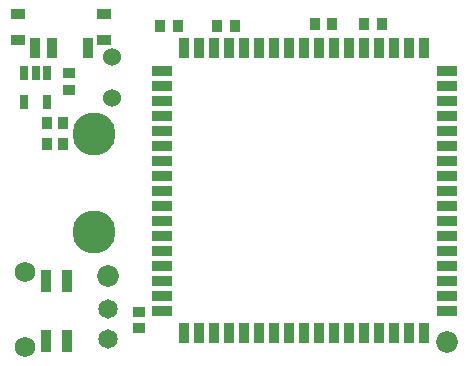
<source format=gts>
%FSLAX24Y24*%
%MOIN*%
G70*
G01*
G75*
G04 Layer_Color=8388736*
%ADD10R,0.0354X0.0315*%
%ADD11R,0.0315X0.0354*%
%ADD12R,0.0276X0.0354*%
%ADD13R,0.0319X0.0661*%
%ADD14R,0.0394X0.0315*%
%ADD15R,0.0276X0.0591*%
%ADD16R,0.0600X0.0300*%
%ADD17R,0.0300X0.0598*%
%ADD18R,0.0598X0.0300*%
%ADD19R,0.0217X0.0394*%
%ADD20R,0.0157X0.0157*%
%ADD21C,0.0150*%
%ADD22C,0.0120*%
%ADD23C,0.0100*%
%ADD24C,0.0181*%
%ADD25C,0.0630*%
%ADD26C,0.0661*%
%ADD27C,0.0591*%
%ADD28C,0.1378*%
%ADD29C,0.0320*%
%ADD30C,0.0400*%
%ADD31C,0.0500*%
%ADD32R,0.0354X0.0276*%
%ADD33R,0.0532X0.0157*%
%ADD34R,0.0630X0.0748*%
%ADD35R,0.0551X0.0630*%
%ADD36R,0.0236X0.0591*%
%ADD37R,0.0591X0.0236*%
%ADD38O,0.0118X0.0650*%
%ADD39R,0.0335X0.0157*%
%ADD40R,0.0512X0.0217*%
%ADD41R,0.0209X0.0118*%
%ADD42R,0.0193X0.0118*%
%ADD43R,0.0201X0.0136*%
%ADD44R,0.0136X0.0201*%
%ADD45R,0.0315X0.0197*%
%ADD46C,0.0200*%
%ADD47C,0.0098*%
%ADD48C,0.0050*%
%ADD49C,0.0079*%
%ADD50C,0.0039*%
%ADD51C,0.0080*%
%ADD52R,0.0414X0.0375*%
%ADD53R,0.0375X0.0414*%
%ADD54R,0.0336X0.0414*%
%ADD55R,0.0379X0.0721*%
%ADD56R,0.0454X0.0375*%
%ADD57R,0.0336X0.0651*%
%ADD58R,0.0660X0.0360*%
%ADD59R,0.0360X0.0658*%
%ADD60R,0.0658X0.0360*%
%ADD61R,0.0277X0.0454*%
%ADD62C,0.0690*%
%ADD63C,0.0721*%
%ADD64C,0.0651*%
%ADD65C,0.0060*%
%ADD66C,0.1438*%
%ADD67C,0.0600*%
D52*
X4350Y1776D02*
D03*
Y1224D02*
D03*
X2000Y9726D02*
D03*
Y9174D02*
D03*
D53*
X1274Y8050D02*
D03*
X1826D02*
D03*
X1274Y7350D02*
D03*
X1826D02*
D03*
D54*
X7545Y11300D02*
D03*
X6955D02*
D03*
X5645D02*
D03*
X5055D02*
D03*
X10795Y11350D02*
D03*
X10205D02*
D03*
X11855Y11350D02*
D03*
X12445D02*
D03*
D55*
X1257Y2800D02*
D03*
X1943D02*
D03*
X1257Y800D02*
D03*
X1943D02*
D03*
D56*
X3187Y11683D02*
D03*
X313D02*
D03*
Y10817D02*
D03*
X3187D02*
D03*
D57*
X2636Y10561D02*
D03*
X1455D02*
D03*
X864D02*
D03*
D58*
X5100Y9800D02*
D03*
Y9300D02*
D03*
Y8800D02*
D03*
Y8300D02*
D03*
Y7800D02*
D03*
Y7300D02*
D03*
Y6800D02*
D03*
Y6300D02*
D03*
Y5800D02*
D03*
Y5300D02*
D03*
Y4800D02*
D03*
Y4300D02*
D03*
Y3800D02*
D03*
Y3300D02*
D03*
Y2800D02*
D03*
Y2300D02*
D03*
Y1800D02*
D03*
D59*
X5850Y1050D02*
D03*
X6350D02*
D03*
X6850D02*
D03*
X7350D02*
D03*
X7850D02*
D03*
X8350D02*
D03*
X8850D02*
D03*
X9350D02*
D03*
X9850D02*
D03*
X10350D02*
D03*
X10850D02*
D03*
X11350D02*
D03*
X11850D02*
D03*
X12350D02*
D03*
X12850D02*
D03*
X13350D02*
D03*
X13850D02*
D03*
Y10550D02*
D03*
X13350D02*
D03*
X12850D02*
D03*
X12350D02*
D03*
X11850D02*
D03*
X11350D02*
D03*
X10850D02*
D03*
X10350D02*
D03*
X9850D02*
D03*
X9350D02*
D03*
X8850D02*
D03*
X8350D02*
D03*
X7850D02*
D03*
X7350D02*
D03*
X6850D02*
D03*
X6350D02*
D03*
X5850D02*
D03*
D60*
X14600Y1800D02*
D03*
Y2300D02*
D03*
Y2800D02*
D03*
Y3300D02*
D03*
Y3800D02*
D03*
Y4300D02*
D03*
Y4800D02*
D03*
Y5300D02*
D03*
Y5800D02*
D03*
Y6300D02*
D03*
Y6800D02*
D03*
Y7300D02*
D03*
Y7800D02*
D03*
Y8300D02*
D03*
Y8800D02*
D03*
Y9300D02*
D03*
Y9800D02*
D03*
D61*
X1274Y8758D02*
D03*
X526D02*
D03*
Y9742D02*
D03*
X900D02*
D03*
X1274D02*
D03*
D62*
X550Y3100D02*
D03*
Y600D02*
D03*
D63*
X3300Y2950D02*
D03*
X14600Y750D02*
D03*
D64*
X3300Y850D02*
D03*
Y1850D02*
D03*
D65*
X2341Y11250D02*
D03*
X1159D02*
D03*
D66*
X2850Y7684D02*
D03*
Y4416D02*
D03*
D67*
X3450Y8900D02*
D03*
Y10250D02*
D03*
M02*

</source>
